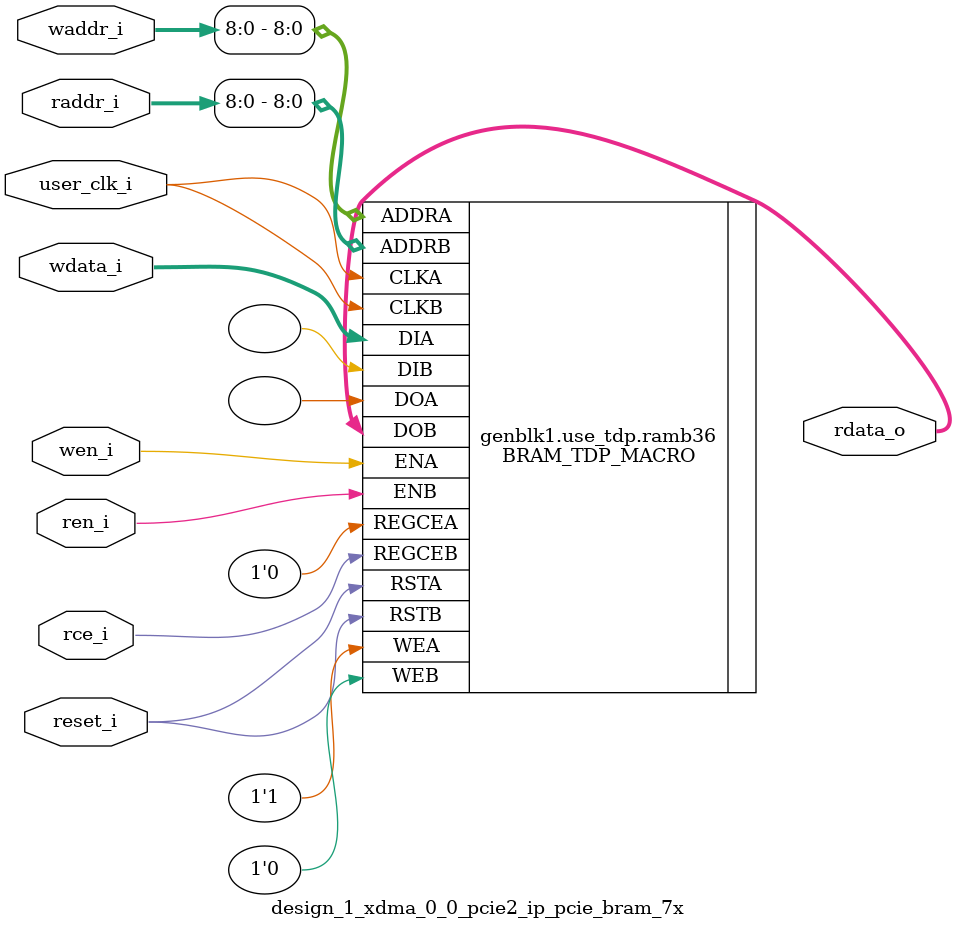
<source format=v>

`timescale 1ps/1ps

(* DowngradeIPIdentifiedWarnings = "yes" *)
module design_1_xdma_0_0_pcie2_ip_pcie_bram_7x
  #(
    parameter [3:0]  LINK_CAP_MAX_LINK_SPEED = 4'h1,        // PCIe Link Speed : 1 - 2.5 GT/s; 2 - 5.0 GT/s
    parameter [5:0]  LINK_CAP_MAX_LINK_WIDTH = 6'h08,       // PCIe Link Width : 1 / 2 / 4 / 8
    parameter IMPL_TARGET = "HARD",                         // the implementation target : HARD, SOFT
    parameter DOB_REG = 0,                                  // 1 - use the output register;
                                                            // 0 - don't use the output register
    parameter WIDTH = 0                                     // supported WIDTH's : 4, 9, 18, 36 - uses RAMB36
                                                            //                     72 - uses RAMB36SDP
    )
    (
     input               user_clk_i,// user clock
     input               reset_i,   // bram reset

     input               wen_i,     // write enable
     input [12:0]        waddr_i,   // write address
     input [WIDTH - 1:0] wdata_i,   // write data

     input               ren_i,     // read enable
     input               rce_i,     // output register clock enable
     input [12:0]        raddr_i,   // read address

     output [WIDTH - 1:0] rdata_o   // read data
     );

   // map the address bits
   localparam ADDR_MSB = ((WIDTH == 4)  ? 12 :
                          (WIDTH == 9)  ? 11 :
                          (WIDTH == 18) ? 10 :
                          (WIDTH == 36) ?  9 :
                                           8
                          );

   // set the width of the tied off low address bits
   localparam ADDR_LO_BITS = ((WIDTH == 4)  ? 2 :
                              (WIDTH == 9)  ? 3 :
                              (WIDTH == 18) ? 4 :
                              (WIDTH == 36) ? 5 :
                                              0 // for WIDTH 72 use RAMB36SDP
                              );

   // map the data bits
   localparam D_MSB =  ((WIDTH == 4)  ?  3 :
                        (WIDTH == 9)  ?  7 :
                        (WIDTH == 18) ? 15 :
                        (WIDTH == 36) ? 31 :
                                        63
                        );

   // map the data parity bits
   localparam DP_LSB =  D_MSB + 1;

   localparam DP_MSB =  ((WIDTH == 4)  ? 4 :
                         (WIDTH == 9)  ? 8 :
                         (WIDTH == 18) ? 17 :
                         (WIDTH == 36) ? 35 :
                                         71
                        );

   localparam DPW = DP_MSB - DP_LSB + 1;
   localparam WRITE_MODE = ((WIDTH == 72) && (!((LINK_CAP_MAX_LINK_SPEED == 4'h2) && (LINK_CAP_MAX_LINK_WIDTH == 6'h08)))) ? "WRITE_FIRST" :
                           ((LINK_CAP_MAX_LINK_SPEED == 4'h2) && (LINK_CAP_MAX_LINK_WIDTH == 6'h08)) ? "WRITE_FIRST" : "NO_CHANGE";

   localparam DEVICE = (IMPL_TARGET == "HARD") ? "7SERIES" : "VIRTEX6";
   localparam BRAM_SIZE = "36Kb";

   localparam WE_WIDTH =(DEVICE == "VIRTEX5" || DEVICE == "VIRTEX6" || DEVICE == "7SERIES") ?
                            ((WIDTH <= 9) ? 1 :
                             (WIDTH > 9 && WIDTH <= 18) ? 2 :
                             (WIDTH > 18 && WIDTH <= 36) ? 4 :
                             (WIDTH > 36 && WIDTH <= 72) ? 8 :
                             (BRAM_SIZE == "18Kb") ? 4 : 8 ) : 8;

   //synthesis translate_off
   initial begin
      //$display("[%t] %m DOB_REG %0d WIDTH %0d ADDR_MSB %0d ADDR_LO_BITS %0d DP_MSB %0d DP_LSB %0d D_MSB %0d",
      //          $time, DOB_REG,   WIDTH,    ADDR_MSB,    ADDR_LO_BITS,    DP_MSB,    DP_LSB,    D_MSB);

      case (WIDTH)
        4,9,18,36,72:;
        default:
          begin
             $display("[%t] %m Error WIDTH %0d not supported", $time, WIDTH);
             $finish;
          end
      endcase // case (WIDTH)
   end
   //synthesis translate_on

   generate
   if ((LINK_CAP_MAX_LINK_WIDTH == 6'h08 && LINK_CAP_MAX_LINK_SPEED == 4'h2) || (WIDTH == 72)) begin : use_sdp
        BRAM_SDP_MACRO #(
               .DEVICE        (DEVICE),
               .BRAM_SIZE     (BRAM_SIZE),
               .DO_REG        (DOB_REG),
               .READ_WIDTH    (WIDTH),
               .WRITE_WIDTH   (WIDTH),
               .WRITE_MODE    (WRITE_MODE)
               )
        ramb36sdp(
               .DO             (rdata_o[WIDTH-1:0]),
               .DI             (wdata_i[WIDTH-1:0]),
               .RDADDR         (raddr_i[ADDR_MSB:0]),
               .RDCLK          (user_clk_i),
               .RDEN           (ren_i),
               .REGCE          (rce_i),
               .RST            (reset_i),
               .WE             ({WE_WIDTH{1'b1}}),
               .WRADDR         (waddr_i[ADDR_MSB:0]),
               .WRCLK          (user_clk_i),
               .WREN           (wen_i)
               );

    end  // block: use_sdp
    else if (WIDTH <= 36) begin : use_tdp
    // use RAMB36's if the width is 4, 9, 18, or 36
        BRAM_TDP_MACRO #(
               .DEVICE        (DEVICE),
               .BRAM_SIZE     (BRAM_SIZE),
               .DOA_REG       (0),
               .DOB_REG       (DOB_REG),
               .READ_WIDTH_A  (WIDTH),
               .READ_WIDTH_B  (WIDTH),
               .WRITE_WIDTH_A (WIDTH),
               .WRITE_WIDTH_B (WIDTH),
               .WRITE_MODE_A  (WRITE_MODE)
               )
        ramb36(
               .DOA            (),
               .DOB            (rdata_o[WIDTH-1:0]),
               .ADDRA          (waddr_i[ADDR_MSB:0]),
               .ADDRB          (raddr_i[ADDR_MSB:0]),
               .CLKA           (user_clk_i),
               .CLKB           (user_clk_i),
               .DIA            (wdata_i[WIDTH-1:0]),
               .DIB            ({WIDTH{1'b0}}),
               .ENA            (wen_i),
               .ENB            (ren_i),
               .REGCEA         (1'b0),
               .REGCEB         (rce_i),
               .RSTA           (reset_i),
               .RSTB           (reset_i),
               .WEA            ({WE_WIDTH{1'b1}}),
               .WEB            ({WE_WIDTH{1'b0}})
               );
   end // block: use_tdp
   endgenerate

endmodule // pcie_bram_7x


</source>
